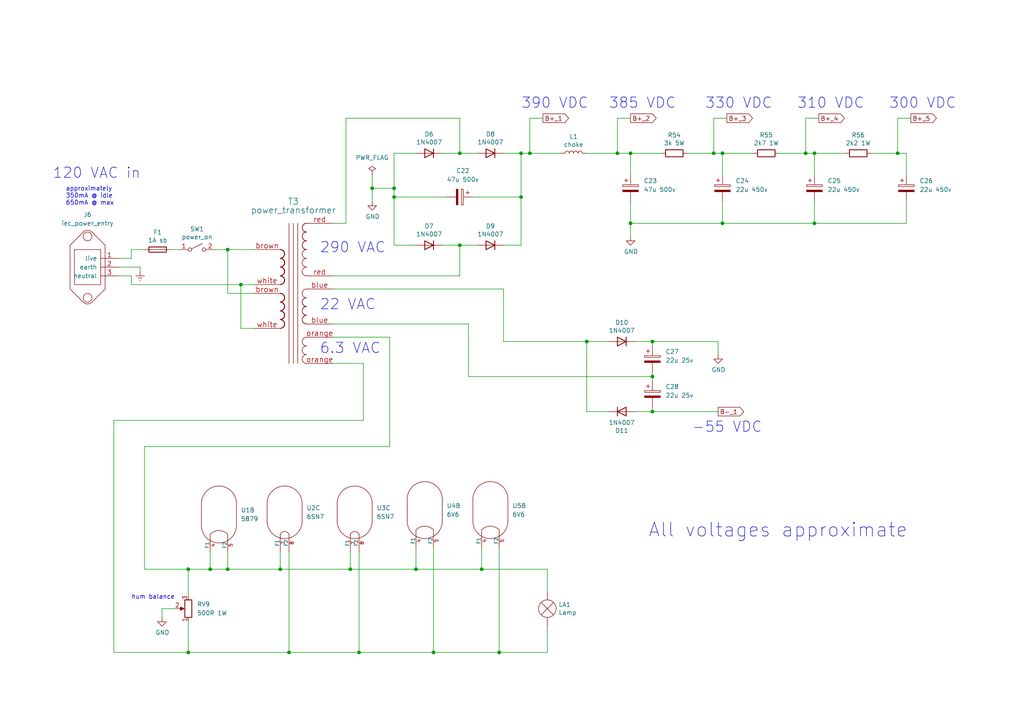
<source format=kicad_sch>
(kicad_sch (version 20211123) (generator eeschema)
  (paper "A4")
  (title_block (title "A200 12 watt class AB tube amp") (date "2021-12-26") (rev "0") (comment 1 "creativecommons.org/licenses/by/4.0/") (comment 2 "License: CC by 4.0") (comment 3 "Author: Jordan Aceto"))
  (lib_symbols
    (symbol "Device:C_Polarized" (pin_numbers hide) (pin_names (offset 0.254))
      (property "Reference" "C" (at 0.635 2.54 0))
      (property "Value" "C_Polarized" (at 0.635 -2.54 0))
      (symbol "C_Polarized_0_1"
        (rectangle (start -2.286 0.508) (end 2.286 1.016))
        (polyline (pts (xy -1.778 2.286) (xy -0.762 2.286)))
        (polyline (pts (xy -1.27 2.794) (xy -1.27 1.778)))
        (rectangle (start 2.286 -0.508) (end -2.286 -1.016) (fill (type outline)))
      )
      (symbol "C_Polarized_1_1"
        (pin passive line (at 0 3.81 270) (length 2.794) (name "~") (number "1"))
        (pin passive line (at 0 -3.81 90) (length 2.794) (name "~") (number "2"))
      )
    )
    (symbol "Device:Fuse" (pin_numbers hide) (pin_names (offset 0))
      (property "Reference" "F" (at 2.032 0 90))
      (property "Value" "Fuse" (at -1.905 0 90))
      (symbol "Fuse_0_1"
        (rectangle (start -0.762 -2.54) (end 0.762 2.54) (stroke (width 0.254)))
        (polyline (pts (xy 0 2.54) (xy 0 -2.54)))
      )
      (symbol "Fuse_1_1"
        (pin passive line (at 0 3.81 270) (length 1.27) (name "~") (number "1"))
        (pin passive line (at 0 -3.81 90) (length 1.27) (name "~") (number "2"))
      )
    )
    (symbol "Device:L" (pin_numbers hide) (pin_names (offset 1.016) hide)
      (property "Reference" "L" (at -1.27 0 90))
      (property "Value" "L" (at 1.905 0 90))
      (symbol "L_0_1"
        (arc (start 0 -2.54) (mid 0.635 -1.905) (end 0 -1.27))
        (arc (start 0 -1.27) (mid 0.635 -0.635) (end 0 0))
        (arc (start 0 0) (mid 0.635 0.635) (end 0 1.27))
        (arc (start 0 1.27) (mid 0.635 1.905) (end 0 2.54))
      )
      (symbol "L_1_1"
        (pin passive line (at 0 3.81 270) (length 1.27) (name "1") (number "1"))
        (pin passive line (at 0 -3.81 90) (length 1.27) (name "2") (number "2"))
      )
    )
    (symbol "Device:Lamp" (pin_numbers hide) (pin_names (offset 0.0254) hide)
      (property "Reference" "LA" (at 0.635 3.81 0))
      (property "Value" "Lamp" (at 0.635 -3.81 0))
      (symbol "Lamp_0_1"
        (polyline (pts (xy -1.778 1.778) (xy 1.778 -1.778)))
        (polyline (pts (xy 1.778 1.778) (xy -1.778 -1.778)))
        (circle (center 0 0) (radius 2.54))
      )
      (symbol "Lamp_1_1"
        (pin passive line (at 0 -5.08 90) (length 2.54) (name "-") (number "1"))
        (pin passive line (at 0 5.08 270) (length 2.54) (name "+") (number "2"))
      )
    )
    (symbol "Device:R" (pin_numbers hide) (pin_names (offset 0))
      (property "Reference" "R" (at 2.032 0 90))
      (property "Value" "R" (at 0 0 90))
      (symbol "R_0_1"
        (rectangle (start -1.016 -2.54) (end 1.016 2.54) (stroke (width 0.254)))
      )
      (symbol "R_1_1"
        (pin passive line (at 0 3.81 270) (length 1.27) (name "~") (number "1"))
        (pin passive line (at 0 -3.81 90) (length 1.27) (name "~") (number "2"))
      )
    )
    (symbol "Device:R_Potentiometer" (pin_names (offset 1.016) hide)
      (property "Reference" "RV" (at -4.445 0 90))
      (property "Value" "R_Potentiometer" (at -2.54 0 90))
      (symbol "R_Potentiometer_0_1"
        (polyline (pts (xy 2.54 0) (xy 1.524 0)))
        (polyline (pts (xy 1.143 0) (xy 2.286 0.508) (xy 2.286 -0.508) (xy 1.143 0)) (fill (type outline)))
        (rectangle (start 1.016 2.54) (end -1.016 -2.54) (stroke (width 0.254)))
      )
      (symbol "R_Potentiometer_1_1"
        (pin passive line (at 0 3.81 270) (length 1.27) (name "1") (number "1"))
        (pin passive line (at 3.81 0 180) (length 1.27) (name "2") (number "2"))
        (pin passive line (at 0 -3.81 90) (length 1.27) (name "3") (number "3"))
      )
    )
    (symbol "Diode:1N4007" (pin_numbers hide) (pin_names (offset 1.016) hide)
      (property "Reference" "D" (at 0 2.54 0))
      (property "Value" "1N4007" (at 0 -2.54 0))
      (symbol "1N4007_0_1"
        (polyline (pts (xy -1.27 1.27) (xy -1.27 -1.27)) (stroke (width 0.254)))
        (polyline (pts (xy 1.27 0) (xy -1.27 0)))
        (polyline (pts (xy 1.27 1.27) (xy 1.27 -1.27) (xy -1.27 0) (xy 1.27 1.27)) (stroke (width 0.254)))
      )
      (symbol "1N4007_1_1"
        (pin passive line (at -3.81 0 0) (length 2.54) (name "K") (number "1"))
        (pin passive line (at 3.81 0 180) (length 2.54) (name "A") (number "2"))
      )
    )
    (symbol "Switch:SW_SPST" (pin_names (offset 0) hide)
      (property "Reference" "SW" (at 0 3.175 0))
      (property "Value" "SW_SPST" (at 0 -2.54 0))
      (symbol "SW_SPST_0_0"
        (circle (center -2.032 0) (radius 0.508))
        (polyline (pts (xy -1.524 0.254) (xy 1.524 1.778)))
        (circle (center 2.032 0) (radius 0.508))
      )
      (symbol "SW_SPST_1_1"
        (pin passive line (at -5.08 0 0) (length 2.54) (name "A") (number "1"))
        (pin passive line (at 5.08 0 180) (length 2.54) (name "B") (number "2"))
      )
    )
    (symbol "custom_symbols:5879" (pin_names (offset 0))
      (property "Reference" "U" (at 0 12.7 0))
      (property "Value" "5879" (at 0 10.16 0))
      (symbol "5879_0_1"
        (arc (start -5.08 -2.54) (mid 0 -7.62) (end 5.08 -2.54))
        (polyline (pts (xy -5.08 3.81) (xy -5.08 -2.54) (xy -5.08 -2.54)))
        (polyline (pts (xy 5.08 -2.54) (xy 5.08 3.81) (xy 5.08 3.81)))
        (arc (start 5.08 3.81) (mid 0 8.89) (end -5.08 3.81))
      )
      (symbol "5879_1_0"
        (polyline (pts (xy -5.08 -1.27) (xy -3.175 -1.27)))
        (polyline (pts (xy -2.54 -5.08) (xy -2.54 -7.62)))
        (polyline (pts (xy -0.635 -1.27) (xy 0.635 -1.27)) (stroke (width 0.1524)))
        (polyline (pts (xy 0 6.35) (xy 0 8.89)))
        (polyline (pts (xy 1.905 -1.27) (xy 3.175 -1.27)) (stroke (width 0.1524)))
        (polyline (pts (xy 4.318 -3.7846) (xy 4.3434 -3.81)))
        (polyline (pts (xy 4.9276 -3.81) (xy 4.3434 -3.81)))
        (polyline (pts (xy -2.54 -5.08) (xy -2.54 -3.81) (xy 2.54 -3.81) (xy 2.54 -5.08)))
      )
      (symbol "5879_1_1"
        (polyline (pts (xy -4.445 2.54) (xy -3.175 1.27)) (stroke (width 0.1524)))
        (polyline (pts (xy -3.81 3.81) (xy -2.794 3.81)) (stroke (width 0.1524)))
        (polyline (pts (xy -3.81 5.08) (xy -3.81 3.81)) (stroke (width 0.1524)))
        (polyline (pts (xy -3.175 1.27) (xy -2.794 1.27)) (stroke (width 0.1524)))
        (polyline (pts (xy -1.905 -1.27) (xy -3.175 -1.27)) (stroke (width 0.1524)))
        (polyline (pts (xy -1.8542 1.27) (xy -1.2192 1.27)) (stroke (width 0.1524)))
        (polyline (pts (xy -1.8542 3.81) (xy -1.2192 3.81)) (stroke (width 0.1524)))
        (polyline (pts (xy -0.3302 1.27) (xy 0.3302 1.27)) (stroke (width 0.1524)))
        (polyline (pts (xy -0.3302 3.81) (xy 0.3302 3.81)) (stroke (width 0.1524)))
        (polyline (pts (xy 1.2192 1.27) (xy 1.8542 1.27)) (stroke (width 0.1524)))
        (polyline (pts (xy 1.2192 3.81) (xy 1.8542 3.81)) (stroke (width 0.1524)))
        (polyline (pts (xy 2.794 1.27) (xy 3.175 1.27)) (stroke (width 0.1524)))
        (polyline (pts (xy 3.81 3.81) (xy 2.794 3.81)) (stroke (width 0.1524)))
        (polyline (pts (xy 3.81 5.08) (xy 3.81 3.81)) (stroke (width 0.1524)))
        (polyline (pts (xy 4.445 2.54) (xy 3.175 1.27)) (stroke (width 0.1524)))
        (polyline (pts (xy -2.54 6.35) (xy 2.54 6.35) (xy 2.54 6.35)) (stroke (width 0.254)))
        (pin input line (at -7.62 -1.27 0) (length 2.54) (name "G1") (number "1"))
        (pin bidirectional line (at -2.54 -10.16 90) (length 3.302) (name "K") (number "3"))
        (pin input line (at -7.62 2.54 0) (length 2.54) (name "G2") (number "7"))
        (pin output line (at 0 11.43 270) (length 2.54) (name "A") (number "8"))
        (pin input line (at -7.62 5.08 0) (length 2.54) (name "G3") (number "9"))
      )
      (symbol "5879_2_1"
        (polyline (pts (xy -2.54 -5.08) (xy -2.54 -6.35) (xy -2.54 -6.35)))
        (polyline (pts (xy 2.54 -6.35) (xy 2.54 -5.08) (xy 2.54 -5.08)))
        (arc (start 2.54 -5.08) (mid 0 -4.0279) (end -2.54 -5.08))
        (pin passive line (at -2.54 -10.16 90) (length 3.81) (name "F1") (number "4"))
        (pin passive line (at 2.54 -10.16 90) (length 3.81) (name "F2") (number "5"))
      )
    )
    (symbol "custom_symbols:6SN7" (pin_names (offset 0))
      (property "Reference" "U" (at 3.302 7.874 0))
      (property "Value" "6SN7" (at 8.89 -7.62 0))
      (symbol "6SN7_0_1"
        (arc (start -5.08 -2.54) (mid 0 -7.62) (end 5.08 -2.54))
        (polyline (pts (xy 5.08 2.54) (xy 5.08 -2.54)))
        (polyline (pts (xy -5.08 2.54) (xy -5.08 -2.54) (xy -5.08 -2.54)))
        (arc (start 5.08 2.54) (mid 0 7.62) (end -5.08 2.54))
      )
      (symbol "6SN7_1_0"
        (polyline (pts (xy -2.54 -5.08) (xy -2.54 -7.62)))
        (polyline (pts (xy 0 5.08) (xy 0 7.62)))
      )
      (symbol "6SN7_1_1"
        (polyline (pts (xy -5.08 0) (xy -3.175 0)))
        (polyline (pts (xy -1.905 0) (xy -3.175 0)) (stroke (width 0.1524)))
        (polyline (pts (xy -0.635 0) (xy 0.635 0)) (stroke (width 0.1524)))
        (polyline (pts (xy 1.905 0) (xy 3.175 0)) (stroke (width 0.1524)))
        (polyline (pts (xy -2.54 5.08) (xy 2.794 5.08) (xy 2.794 5.08)) (stroke (width 0.254)))
        (arc (start 2.54 -5.08) (mid 0 -3.0968) (end -2.54 -5.08) (stroke (width 0.254)))
        (pin input line (at -7.62 0 0) (length 2.54) (name "G") (number "4"))
        (pin output line (at 0 10.16 270) (length 2.54) (name "A") (number "5"))
        (pin bidirectional line (at -2.54 -10.16 90) (length 2.54) (name "K") (number "6"))
      )
      (symbol "6SN7_2_0"
        (polyline (pts (xy -2.54 -5.08) (xy -2.54 -7.62)))
        (polyline (pts (xy 0 5.08) (xy 0 7.62)))
      )
      (symbol "6SN7_2_1"
        (polyline (pts (xy -5.08 0) (xy -3.175 0)))
        (polyline (pts (xy -1.905 0) (xy -3.175 0)) (stroke (width 0.1524)))
        (polyline (pts (xy -0.635 0) (xy 0.635 0)) (stroke (width 0.1524)))
        (polyline (pts (xy 1.905 0) (xy 3.175 0)) (stroke (width 0.1524)))
        (polyline (pts (xy -2.54 5.08) (xy 2.794 5.08) (xy 2.794 5.08)) (stroke (width 0.254)))
        (arc (start 2.54 -5.08) (mid 0 -3.0968) (end -2.54 -5.08) (stroke (width 0.254)))
        (pin input line (at -7.62 0 0) (length 2.54) (name "G") (number "1"))
        (pin output line (at 0 10.16 270) (length 2.54) (name "A") (number "2"))
        (pin bidirectional line (at -2.54 -10.16 90) (length 2.54) (name "K") (number "3"))
      )
      (symbol "6SN7_3_1"
        (arc (start 1.27 -6.35) (mid 0 -5.5651) (end -1.27 -6.35))
        (pin passive line (at -1.27 -11.43 90) (length 5.08) (name "F1") (number "7"))
        (pin passive line (at 1.27 -11.43 90) (length 5.08) (name "F2") (number "8"))
      )
    )
    (symbol "custom_symbols:6V6" (pin_names (offset 0))
      (property "Reference" "U" (at 5.08 10.16 0))
      (property "Value" "6V6" (at 7.62 -7.62 0))
      (symbol "6V6_0_1"
        (arc (start -5.08 -2.54) (mid 0 -7.62) (end 5.08 -2.54))
        (polyline (pts (xy -5.08 3.81) (xy -5.08 -2.54) (xy -5.08 -2.54)))
        (polyline (pts (xy 5.08 -2.54) (xy 5.08 3.81) (xy 5.08 3.81)))
        (arc (start 5.08 3.81) (mid 0 8.89) (end -5.08 3.81))
      )
      (symbol "6V6_1_0"
        (polyline (pts (xy -2.54 -5.08) (xy -2.54 -7.62)))
      )
      (symbol "6V6_1_1"
        (polyline (pts (xy -5.08 -1.27) (xy -3.175 -1.27)))
        (polyline (pts (xy -4.318 -3.302) (xy -4.318 3.7338)))
        (polyline (pts (xy -4.318 -3.302) (xy -2.54 -4.826)))
        (polyline (pts (xy -4.064 3.7338) (xy -4.318 3.7338)))
        (polyline (pts (xy -3.81 3.81) (xy -2.794 3.81)) (stroke (width 0.2032)))
        (polyline (pts (xy -3.81 5.08) (xy -3.81 3.81)) (stroke (width 0.2032)))
        (polyline (pts (xy -3.429 2.54) (xy -2.159 1.27)) (stroke (width 0.2032)))
        (polyline (pts (xy -2.159 1.27) (xy -1.4732 1.27)) (stroke (width 0.2032)))
        (polyline (pts (xy -1.905 -1.27) (xy -3.175 -1.27)) (stroke (width 0.2032)))
        (polyline (pts (xy -1.8542 3.81) (xy -1.2192 3.81)) (stroke (width 0.2032)))
        (polyline (pts (xy -0.635 -1.27) (xy 0.635 -1.27)) (stroke (width 0.2032)))
        (polyline (pts (xy -0.5842 1.27) (xy 0.0762 1.27)) (stroke (width 0.2032)))
        (polyline (pts (xy -0.3302 3.81) (xy 0.3302 3.81)) (stroke (width 0.2032)))
        (polyline (pts (xy 0 6.35) (xy 0 8.89)))
        (polyline (pts (xy 0.9652 1.27) (xy 1.6002 1.27)) (stroke (width 0.2032)))
        (polyline (pts (xy 1.2192 3.81) (xy 1.8542 3.81)) (stroke (width 0.2032)))
        (polyline (pts (xy 1.905 -1.27) (xy 3.175 -1.27)) (stroke (width 0.2032)))
        (polyline (pts (xy 2.54 1.27) (xy 3.175 1.27)) (stroke (width 0.2032)))
        (polyline (pts (xy 3.175 1.27) (xy 5.08 1.27)))
        (polyline (pts (xy 3.81 3.81) (xy 2.794 3.81)) (stroke (width 0.2032)))
        (polyline (pts (xy 3.81 5.08) (xy 3.81 3.81)) (stroke (width 0.2032)))
        (polyline (pts (xy 4.445 2.54) (xy 3.175 1.27)) (stroke (width 0.2032)))
        (polyline (pts (xy -2.54 6.35) (xy 2.54 6.35) (xy 2.54 6.35)) (stroke (width 0.254)))
        (arc (start 2.54 -5.08) (mid 0 -3.0968) (end -2.54 -5.08) (stroke (width 0.254)))
        (pin input line (at -7.62 -1.27 0) (length 2.54) (name "G1") (number "2"))
        (pin bidirectional line (at -2.54 -8.89 90) (length 2.54) (name "K_G3") (number "3"))
        (pin output line (at 0 11.43 270) (length 2.54) (name "A") (number "7"))
        (pin input line (at 7.62 1.27 180) (length 2.54) (name "G2") (number "9"))
      )
      (symbol "6V6_2_1"
        (polyline (pts (xy -2.54 -5.08) (xy -2.54 -6.35) (xy -2.54 -6.35)))
        (polyline (pts (xy 2.54 -6.35) (xy 2.54 -5.08) (xy 2.54 -5.08)))
        (arc (start 2.54 -5.08) (mid 0 -4.0279) (end -2.54 -5.08))
        (pin passive line (at -2.54 -10.16 90) (length 3.81) (name "F1") (number "4"))
        (pin passive line (at 2.54 -10.16 90) (length 3.81) (name "F2") (number "5"))
      )
    )
    (symbol "custom_symbols:iec_power_entry" (pin_names (offset 1.016))
      (property "Reference" "J" (at 0 7.62 0))
      (property "Value" "iec_power_entry" (at 0 6.35 0))
      (symbol "iec_power_entry_0_1"
        (arc (start -10.16 1.27) (mid -10.6861 0) (end -10.16 -1.27))
        (circle (center -8.89 0) (radius 1.27))
        (polyline (pts (xy -6.35 -5.08) (xy -10.16 -1.27)))
        (polyline (pts (xy -6.35 5.08) (xy -10.16 1.27)))
        (polyline (pts (xy -6.35 -5.08) (xy 6.35 -5.08) (xy 10.16 -1.27)))
        (polyline (pts (xy -6.35 5.08) (xy 6.35 5.08) (xy 10.16 1.27)))
        (rectangle (start 5.08 3.81) (end -5.08 -3.81))
        (circle (center 8.89 0) (radius 1.27))
        (arc (start 10.16 -1.27) (mid 10.6861 0) (end 10.16 1.27))
      )
      (symbol "iec_power_entry_1_1"
        (pin power_out line (at -2.54 -8.89 90) (length 5.08) (name "live") (number "1"))
        (pin power_out line (at 0 -8.89 90) (length 5.08) (name "earth") (number "2"))
        (pin power_out line (at 2.54 -8.89 90) (length 5.08) (name "neutral") (number "3"))
      )
    )
    (symbol "custom_symbols:power_transformer" (pin_names (offset 1.016) hide)
      (property "Reference" "T" (at -1.27 -25.4 0))
      (property "Value" "power_transformer" (at -1.27 21.59 0))
      (symbol "power_transformer_0_1"
        (arc (start -5.08 0.0254) (mid -4.1961 0.3937) (end -3.81 1.27))
        (arc (start -5.08 0.0254) (mid -4.1961 0.3937) (end -3.81 1.27))
        (arc (start -5.08 0.0254) (mid -4.1961 0.3937) (end -3.81 1.27))
        (arc (start -5.08 0.0254) (mid -4.1961 0.3937) (end -3.81 1.27))
        (arc (start -5.08 0.0254) (mid -4.1961 0.3937) (end -3.81 1.27))
        (arc (start -5.08 0.0254) (mid -4.1961 0.3937) (end -3.81 1.27))
        (arc (start -5.08 0.0254) (mid -4.1961 0.3937) (end -3.81 1.27))
        (arc (start -5.08 0.0254) (mid -4.1961 0.3937) (end -3.81 1.27))
        (arc (start -5.08 2.5654) (mid -4.1961 2.9337) (end -3.81 3.81))
        (arc (start -5.08 2.5654) (mid -4.1961 2.9337) (end -3.81 3.81))
        (arc (start -5.08 2.5654) (mid -4.1961 2.9337) (end -3.81 3.81))
        (arc (start -5.08 2.5654) (mid -4.1961 2.9337) (end -3.81 3.81))
        (arc (start -5.08 2.5654) (mid -4.1961 2.9337) (end -3.81 3.81))
        (arc (start -5.08 2.5654) (mid -4.1961 2.9337) (end -3.81 3.81))
        (arc (start -5.08 2.5654) (mid -4.1961 2.9337) (end -3.81 3.81))
        (arc (start -5.08 2.5654) (mid -4.1961 2.9337) (end -3.81 3.81))
        (arc (start -5.08 5.1054) (mid -4.1961 5.4737) (end -3.81 6.35))
        (arc (start -5.08 5.1054) (mid -4.1961 5.4737) (end -3.81 6.35))
        (arc (start -5.08 5.1054) (mid -4.1961 5.4737) (end -3.81 6.35))
        (arc (start -5.08 5.1054) (mid -4.1961 5.4737) (end -3.81 6.35))
        (arc (start -5.08 5.1054) (mid -4.1961 5.4737) (end -3.81 6.35))
        (arc (start -5.08 5.1054) (mid -4.1961 5.4737) (end -3.81 6.35))
        (arc (start -5.08 5.1054) (mid -4.1961 5.4737) (end -3.81 6.35))
        (arc (start -5.08 5.1054) (mid -4.1961 5.4737) (end -3.81 6.35))
        (arc (start -5.08 7.6454) (mid -4.1961 8.0137) (end -3.81 8.89))
        (arc (start -5.08 7.6454) (mid -4.1961 8.0137) (end -3.81 8.89))
        (arc (start -5.08 7.6454) (mid -4.1961 8.0137) (end -3.81 8.89))
        (arc (start -5.08 7.6454) (mid -4.1961 8.0137) (end -3.81 8.89))
        (arc (start -5.08 7.6454) (mid -4.1961 8.0137) (end -3.81 8.89))
        (arc (start -5.08 7.6454) (mid -4.1961 8.0137) (end -3.81 8.89))
        (arc (start -5.08 7.6454) (mid -4.1961 8.0137) (end -3.81 8.89))
        (arc (start -5.08 7.6454) (mid -4.1961 8.0137) (end -3.81 8.89))
        (arc (start -3.81 1.27) (mid -4.182 2.168) (end -5.08 2.54))
        (arc (start -3.81 1.27) (mid -4.182 2.168) (end -5.08 2.54))
        (arc (start -3.81 1.27) (mid -4.182 2.168) (end -5.08 2.54))
        (arc (start -3.81 1.27) (mid -4.182 2.168) (end -5.08 2.54))
        (arc (start -3.81 1.27) (mid -4.182 2.168) (end -5.08 2.54))
        (arc (start -3.81 1.27) (mid -4.182 2.168) (end -5.08 2.54))
        (arc (start -3.81 1.27) (mid -4.182 2.168) (end -5.08 2.54))
        (arc (start -3.81 1.27) (mid -4.182 2.168) (end -5.08 2.54))
        (arc (start -3.81 3.81) (mid -4.182 4.708) (end -5.08 5.08))
        (arc (start -3.81 3.81) (mid -4.182 4.708) (end -5.08 5.08))
        (arc (start -3.81 3.81) (mid -4.182 4.708) (end -5.08 5.08))
        (arc (start -3.81 3.81) (mid -4.182 4.708) (end -5.08 5.08))
        (arc (start -3.81 3.81) (mid -4.182 4.708) (end -5.08 5.08))
        (arc (start -3.81 3.81) (mid -4.182 4.708) (end -5.08 5.08))
        (arc (start -3.81 3.81) (mid -4.182 4.708) (end -5.08 5.08))
        (arc (start -3.81 3.81) (mid -4.182 4.708) (end -5.08 5.08))
        (arc (start -3.81 6.35) (mid -4.182 7.248) (end -5.08 7.62))
        (arc (start -3.81 6.35) (mid -4.182 7.248) (end -5.08 7.62))
        (arc (start -3.81 6.35) (mid -4.182 7.248) (end -5.08 7.62))
        (arc (start -3.81 6.35) (mid -4.182 7.248) (end -5.08 7.62))
        (arc (start -3.81 6.35) (mid -4.182 7.248) (end -5.08 7.62))
        (arc (start -3.81 6.35) (mid -4.182 7.248) (end -5.08 7.62))
        (arc (start -3.81 6.35) (mid -4.182 7.248) (end -5.08 7.62))
        (arc (start -3.81 6.35) (mid -4.182 7.248) (end -5.08 7.62))
        (arc (start -3.81 8.89) (mid -4.182 9.788) (end -5.08 10.16))
        (arc (start -3.81 8.89) (mid -4.182 9.788) (end -5.08 10.16))
        (arc (start -3.81 8.89) (mid -4.182 9.788) (end -5.08 10.16))
        (arc (start -3.81 8.89) (mid -4.182 9.788) (end -5.08 10.16))
        (arc (start -3.81 8.89) (mid -4.182 9.788) (end -5.08 10.16))
        (arc (start -3.81 8.89) (mid -4.182 9.788) (end -5.08 10.16))
        (arc (start -3.81 8.89) (mid -4.182 9.788) (end -5.08 10.16))
        (arc (start -3.81 8.89) (mid -4.182 9.788) (end -5.08 10.16))
        (polyline (pts (xy -2.54 17.78) (xy -2.54 -22.86)))
        (polyline (pts (xy -1.27 -22.86) (xy -1.27 17.78)))
        (polyline (pts (xy 0 17.78) (xy 0 -22.86)))
        (arc (start 1.2954 -10.16) (mid 1.6599 -11.0401) (end 2.54 -11.4046))
        (arc (start 1.2954 -10.16) (mid 1.6599 -11.0401) (end 2.54 -11.4046))
        (arc (start 1.2954 -7.62) (mid 1.6599 -8.5001) (end 2.54 -8.8646))
        (arc (start 1.2954 -7.62) (mid 1.6599 -8.5001) (end 2.54 -8.8646))
        (arc (start 1.2954 -5.08) (mid 1.6599 -5.9601) (end 2.54 -6.3246))
        (arc (start 1.2954 -5.08) (mid 1.6599 -5.9601) (end 2.54 -6.3246))
        (arc (start 1.2954 11.43) (mid 1.6599 10.5499) (end 2.54 10.1854))
        (arc (start 1.2954 11.43) (mid 1.6599 10.5499) (end 2.54 10.1854))
        (arc (start 1.2954 13.97) (mid 1.6599 13.0899) (end 2.54 12.7254))
        (arc (start 1.2954 13.97) (mid 1.6599 13.0899) (end 2.54 12.7254))
        (arc (start 1.2954 16.51) (mid 1.6599 15.6299) (end 2.54 15.2654))
        (arc (start 1.2954 16.51) (mid 1.6599 15.6299) (end 2.54 15.2654))
        (arc (start 2.54 -20.32) (mid 1.27 -21.59) (end 2.54 -22.86))
        (arc (start 2.54 -17.78) (mid 1.27 -19.05) (end 2.54 -20.32))
        (arc (start 2.54 -15.24) (mid 1.27 -16.51) (end 2.54 -17.78))
        (arc (start 2.54 -8.89) (mid 1.6456 -9.2583) (end 1.2954 -10.16))
        (arc (start 2.54 -8.89) (mid 1.6456 -9.2583) (end 1.2954 -10.16))
        (arc (start 2.54 -6.35) (mid 1.6456 -6.7183) (end 1.2954 -7.62))
        (arc (start 2.54 -6.35) (mid 1.6456 -6.7183) (end 1.2954 -7.62))
        (arc (start 2.54 -3.81) (mid 1.6456 -4.1783) (end 1.2954 -5.08))
        (arc (start 2.54 -3.81) (mid 1.6456 -4.1783) (end 1.2954 -5.08))
        (arc (start 2.54 -1.27) (mid 1.27 -2.54) (end 2.54 -3.81))
        (arc (start 2.54 5.08) (mid 1.27 3.81) (end 2.54 2.54))
        (arc (start 2.54 7.62) (mid 1.27 6.35) (end 2.54 5.08))
        (arc (start 2.54 10.16) (mid 1.27 8.89) (end 2.54 7.62))
        (arc (start 2.54 12.7) (mid 1.6456 12.3317) (end 1.2954 11.43))
        (arc (start 2.54 12.7) (mid 1.6456 12.3317) (end 1.2954 11.43))
        (arc (start 2.54 15.24) (mid 1.6456 14.8717) (end 1.2954 13.97))
        (arc (start 2.54 15.24) (mid 1.6456 14.8717) (end 1.2954 13.97))
        (arc (start 2.54 17.78) (mid 1.6456 17.4117) (end 1.2954 16.51))
        (arc (start 2.54 17.78) (mid 1.6456 17.4117) (end 1.2954 16.51))
      )
      (symbol "power_transformer_1_1"
        (arc (start -5.08 -12.6746) (mid -4.1961 -12.3063) (end -3.81 -11.43))
        (arc (start -5.08 -12.6746) (mid -4.1961 -12.3063) (end -3.81 -11.43))
        (arc (start -5.08 -12.6746) (mid -4.1961 -12.3063) (end -3.81 -11.43))
        (arc (start -5.08 -12.6746) (mid -4.1961 -12.3063) (end -3.81 -11.43))
        (arc (start -5.08 -12.6746) (mid -4.1961 -12.3063) (end -3.81 -11.43))
        (arc (start -5.08 -12.6746) (mid -4.1961 -12.3063) (end -3.81 -11.43))
        (arc (start -5.08 -12.6746) (mid -4.1961 -12.3063) (end -3.81 -11.43))
        (arc (start -5.08 -12.6746) (mid -4.1961 -12.3063) (end -3.81 -11.43))
        (arc (start -5.08 -10.1346) (mid -4.1961 -9.7663) (end -3.81 -8.89))
        (arc (start -5.08 -10.1346) (mid -4.1961 -9.7663) (end -3.81 -8.89))
        (arc (start -5.08 -10.1346) (mid -4.1961 -9.7663) (end -3.81 -8.89))
        (arc (start -5.08 -10.1346) (mid -4.1961 -9.7663) (end -3.81 -8.89))
        (arc (start -5.08 -10.1346) (mid -4.1961 -9.7663) (end -3.81 -8.89))
        (arc (start -5.08 -10.1346) (mid -4.1961 -9.7663) (end -3.81 -8.89))
        (arc (start -5.08 -10.1346) (mid -4.1961 -9.7663) (end -3.81 -8.89))
        (arc (start -5.08 -10.1346) (mid -4.1961 -9.7663) (end -3.81 -8.89))
        (arc (start -5.08 -7.5946) (mid -4.1961 -7.2263) (end -3.81 -6.35))
        (arc (start -5.08 -7.5946) (mid -4.1961 -7.2263) (end -3.81 -6.35))
        (arc (start -5.08 -7.5946) (mid -4.1961 -7.2263) (end -3.81 -6.35))
        (arc (start -5.08 -7.5946) (mid -4.1961 -7.2263) (end -3.81 -6.35))
        (arc (start -5.08 -7.5946) (mid -4.1961 -7.2263) (end -3.81 -6.35))
        (arc (start -5.08 -7.5946) (mid -4.1961 -7.2263) (end -3.81 -6.35))
        (arc (start -5.08 -7.5946) (mid -4.1961 -7.2263) (end -3.81 -6.35))
        (arc (start -5.08 -7.5946) (mid -4.1961 -7.2263) (end -3.81 -6.35))
        (arc (start -5.08 -5.0546) (mid -4.1961 -4.6863) (end -3.81 -3.81))
        (arc (start -5.08 -5.0546) (mid -4.1961 -4.6863) (end -3.81 -3.81))
        (arc (start -5.08 -5.0546) (mid -4.1961 -4.6863) (end -3.81 -3.81))
        (arc (start -5.08 -5.0546) (mid -4.1961 -4.6863) (end -3.81 -3.81))
        (arc (start -5.08 -5.0546) (mid -4.1961 -4.6863) (end -3.81 -3.81))
        (arc (start -5.08 -5.0546) (mid -4.1961 -4.6863) (end -3.81 -3.81))
        (arc (start -5.08 -5.0546) (mid -4.1961 -4.6863) (end -3.81 -3.81))
        (arc (start -5.08 -5.0546) (mid -4.1961 -4.6863) (end -3.81 -3.81))
        (arc (start -3.81 -11.43) (mid -4.182 -10.532) (end -5.08 -10.16))
        (arc (start -3.81 -11.43) (mid -4.182 -10.532) (end -5.08 -10.16))
        (arc (start -3.81 -11.43) (mid -4.182 -10.532) (end -5.08 -10.16))
        (arc (start -3.81 -11.43) (mid -4.182 -10.532) (end -5.08 -10.16))
        (arc (start -3.81 -11.43) (mid -4.182 -10.532) (end -5.08 -10.16))
        (arc (start -3.81 -11.43) (mid -4.182 -10.532) (end -5.08 -10.16))
        (arc (start -3.81 -11.43) (mid -4.182 -10.532) (end -5.08 -10.16))
        (arc (start -3.81 -11.43) (mid -4.182 -10.532) (end -5.08 -10.16))
        (arc (start -3.81 -8.89) (mid -4.182 -7.992) (end -5.08 -7.62))
        (arc (start -3.81 -8.89) (mid -4.182 -7.992) (end -5.08 -7.62))
        (arc (start -3.81 -8.89) (mid -4.182 -7.992) (end -5.08 -7.62))
        (arc (start -3.81 -8.89) (mid -4.182 -7.992) (end -5.08 -7.62))
        (arc (start -3.81 -8.89) (mid -4.182 -7.992) (end -5.08 -7.62))
        (arc (start -3.81 -8.89) (mid -4.182 -7.992) (end -5.08 -7.62))
        (arc (start -3.81 -8.89) (mid -4.182 -7.992) (end -5.08 -7.62))
        (arc (start -3.81 -8.89) (mid -4.182 -7.992) (end -5.08 -7.62))
        (arc (start -3.81 -6.35) (mid -4.182 -5.452) (end -5.08 -5.08))
        (arc (start -3.81 -6.35) (mid -4.182 -5.452) (end -5.08 -5.08))
        (arc (start -3.81 -6.35) (mid -4.182 -5.452) (end -5.08 -5.08))
        (arc (start -3.81 -6.35) (mid -4.182 -5.452) (end -5.08 -5.08))
        (arc (start -3.81 -6.35) (mid -4.182 -5.452) (end -5.08 -5.08))
        (arc (start -3.81 -6.35) (mid -4.182 -5.452) (end -5.08 -5.08))
        (arc (start -3.81 -6.35) (mid -4.182 -5.452) (end -5.08 -5.08))
        (arc (start -3.81 -6.35) (mid -4.182 -5.452) (end -5.08 -5.08))
        (arc (start -3.81 -3.81) (mid -4.182 -2.912) (end -5.08 -2.54))
        (arc (start -3.81 -3.81) (mid -4.182 -2.912) (end -5.08 -2.54))
        (arc (start -3.81 -3.81) (mid -4.182 -2.912) (end -5.08 -2.54))
        (arc (start -3.81 -3.81) (mid -4.182 -2.912) (end -5.08 -2.54))
        (arc (start -3.81 -3.81) (mid -4.182 -2.912) (end -5.08 -2.54))
        (arc (start -3.81 -3.81) (mid -4.182 -2.912) (end -5.08 -2.54))
        (arc (start -3.81 -3.81) (mid -4.182 -2.912) (end -5.08 -2.54))
        (arc (start -3.81 -3.81) (mid -4.182 -2.912) (end -5.08 -2.54))
        (pin passive line (at 10.16 -11.43 180) (length 7.62) (name "~") (number "blue"))
        (pin passive line (at 10.16 -1.27 180) (length 7.62) (name "~") (number "blue"))
        (pin passive line (at -12.7 10.16 0) (length 7.62) (name "brown") (number "brown"))
        (pin passive line (at -12.7 -2.54 0) (length 7.62) (name "~") (number "brown"))
        (pin passive line (at 10.16 -22.86 180) (length 7.62) (name "~") (number "orange"))
        (pin passive line (at 10.16 -15.24 180) (length 7.62) (name "~") (number "orange"))
        (pin passive line (at 10.16 2.54 180) (length 7.62) (name "~") (number "red"))
        (pin passive line (at 10.16 17.78 180) (length 7.62) (name "~") (number "red"))
        (pin passive line (at -12.7 -12.7 0) (length 7.62) (name "~") (number "white"))
        (pin passive line (at -12.7 0 0) (length 7.62) (name "~") (number "white"))
      )
    )
    (symbol "power:Earth" (power) (pin_names (offset 0))
      (symbol "Earth_0_1"
        (polyline (pts (xy -0.635 -1.905) (xy 0.635 -1.905)))
        (polyline (pts (xy -0.127 -2.54) (xy 0.127 -2.54)))
        (polyline (pts (xy 0 -1.27) (xy 0 0)))
        (polyline (pts (xy 1.27 -1.27) (xy -1.27 -1.27)))
      )
      (symbol "Earth_1_1"
        (pin power_in line (at 0 0 270) (length 0) hide (name "Earth") (number "1"))
      )
    )
    (symbol "power:GND" (power) (pin_names (offset 0))
      (property "Value" "GND" (at 0 -3.81 0))
      (symbol "GND_0_1"
        (polyline (pts (xy 0 0) (xy 0 -1.27) (xy 1.27 -1.27) (xy 0 -2.54) (xy -1.27 -1.27) (xy 0 -1.27)))
      )
      (symbol "GND_1_1"
        (pin power_in line (at 0 0 270) (length 0) hide (name "GND") (number "1"))
      )
    )
    (symbol "power:PWR_FLAG" (power) (pin_numbers hide) (pin_names (offset 0) hide)
      (property "Value" "PWR_FLAG" (at 0 3.81 0))
      (symbol "PWR_FLAG_0_0"
        (pin power_out line (at 0 0 90) (length 0) (name "pwr") (number "1"))
      )
      (symbol "PWR_FLAG_0_1"
        (polyline (pts (xy 0 0) (xy 0 1.27) (xy -1.016 1.905) (xy 0 2.54) (xy 1.016 1.905) (xy 0 1.27)))
      )
    )
  )
  (junction (at 209.55 64.77))
  (junction (at 69.85 82.55))
  (junction (at 236.22 44.45))
  (junction (at 179.07 44.45))
  (junction (at 236.22 64.77))
  (junction (at 133.35 44.45))
  (junction (at 125.73 189.23))
  (junction (at 66.04 165.1))
  (junction (at 153.67 44.45))
  (junction (at 66.04 72.39))
  (junction (at 151.13 44.45))
  (junction (at 209.55 44.45))
  (junction (at 81.28 165.1))
  (junction (at 233.68 44.45))
  (junction (at 107.95 54.61))
  (junction (at 144.78 189.23))
  (junction (at 104.14 189.23))
  (junction (at 120.65 165.1))
  (junction (at 189.23 109.22))
  (junction (at 207.01 44.45))
  (junction (at 114.3 57.15))
  (junction (at 54.61 189.23))
  (junction (at 189.23 99.06))
  (junction (at 54.61 165.1))
  (junction (at 170.18 99.06))
  (junction (at 260.35 44.45))
  (junction (at 182.88 44.45))
  (junction (at 101.6 165.1))
  (junction (at 139.7 165.1))
  (junction (at 60.96 165.1))
  (junction (at 189.23 119.38))
  (junction (at 114.3 54.61))
  (junction (at 151.13 57.15))
  (junction (at 182.88 64.77))
  (junction (at 83.82 189.23))
  (junction (at 133.35 71.12))
  (wire (pts (xy 182.88 44.45) (xy 179.07 44.45)))
  (wire (pts (xy 191.77 44.45) (xy 182.88 44.45)))
  (wire (pts (xy 113.03 97.79) (xy 96.52 97.79)))
  (wire (pts (xy 179.07 44.45) (xy 170.18 44.45)))
  (wire (pts (xy 208.28 119.38) (xy 189.23 119.38)))
  (wire (pts (xy 170.18 99.06) (xy 176.53 99.06)))
  (wire (pts (xy 133.35 44.45) (xy 133.35 34.29)))
  (wire (pts (xy 133.35 71.12) (xy 128.27 71.12)))
  (wire (pts (xy 104.14 189.23) (xy 104.14 160.02)))
  (wire (pts (xy 262.89 64.77) (xy 236.22 64.77)))
  (wire (pts (xy 209.55 50.8) (xy 209.55 44.45)))
  (wire (pts (xy 207.01 44.45) (xy 209.55 44.45)))
  (wire (pts (xy 54.61 172.72) (xy 54.61 165.1)))
  (wire (pts (xy 38.1 72.39) (xy 41.91 72.39)))
  (wire (pts (xy 182.88 34.29) (xy 179.07 34.29)))
  (wire (pts (xy 151.13 44.45) (xy 153.67 44.45)))
  (wire (pts (xy 125.73 189.23) (xy 144.78 189.23)))
  (wire (pts (xy 153.67 34.29) (xy 153.67 44.45)))
  (wire (pts (xy 189.23 119.38) (xy 189.23 118.11)))
  (wire (pts (xy 100.33 34.29) (xy 100.33 64.77)))
  (wire (pts (xy 210.82 34.29) (xy 207.01 34.29)))
  (wire (pts (xy 96.52 93.98) (xy 135.89 93.98)))
  (wire (pts (xy 73.66 85.09) (xy 66.04 85.09)))
  (wire (pts (xy 209.55 44.45) (xy 218.44 44.45)))
  (wire (pts (xy 236.22 50.8) (xy 236.22 44.45)))
  (wire (pts (xy 133.35 44.45) (xy 138.43 44.45)))
  (wire (pts (xy 40.64 78.74) (xy 40.64 77.47)))
  (wire (pts (xy 66.04 72.39) (xy 73.66 72.39)))
  (wire (pts (xy 237.49 34.29) (xy 233.68 34.29)))
  (wire (pts (xy 101.6 165.1) (xy 101.6 160.02)))
  (wire (pts (xy 81.28 165.1) (xy 101.6 165.1)))
  (wire (pts (xy 120.65 165.1) (xy 120.65 158.75)))
  (wire (pts (xy 129.54 57.15) (xy 114.3 57.15)))
  (wire (pts (xy 38.1 82.55) (xy 38.1 80.01)))
  (wire (pts (xy 46.99 179.07) (xy 46.99 176.53)))
  (wire (pts (xy 113.03 97.79) (xy 113.03 129.54)))
  (wire (pts (xy 41.91 165.1) (xy 41.91 129.54)))
  (wire (pts (xy 184.15 99.06) (xy 189.23 99.06)))
  (wire (pts (xy 54.61 180.34) (xy 54.61 189.23)))
  (wire (pts (xy 69.85 95.25) (xy 73.66 95.25)))
  (wire (pts (xy 40.64 77.47) (xy 34.29 77.47)))
  (wire (pts (xy 133.35 80.01) (xy 133.35 71.12)))
  (wire (pts (xy 153.67 44.45) (xy 162.56 44.45)))
  (wire (pts (xy 114.3 44.45) (xy 114.3 54.61)))
  (wire (pts (xy 107.95 50.8) (xy 107.95 54.61)))
  (wire (pts (xy 107.95 58.42) (xy 107.95 54.61)))
  (wire (pts (xy 184.15 119.38) (xy 189.23 119.38)))
  (wire (pts (xy 146.05 99.06) (xy 146.05 83.82)))
  (wire (pts (xy 120.65 44.45) (xy 114.3 44.45)))
  (wire (pts (xy 104.14 189.23) (xy 125.73 189.23)))
  (wire (pts (xy 114.3 54.61) (xy 114.3 57.15)))
  (wire (pts (xy 46.99 176.53) (xy 50.8 176.53)))
  (wire (pts (xy 100.33 64.77) (xy 96.52 64.77)))
  (wire (pts (xy 114.3 57.15) (xy 114.3 71.12)))
  (wire (pts (xy 207.01 34.29) (xy 207.01 44.45)))
  (wire (pts (xy 33.02 121.92) (xy 105.41 121.92)))
  (wire (pts (xy 69.85 82.55) (xy 38.1 82.55)))
  (wire (pts (xy 252.73 44.45) (xy 260.35 44.45)))
  (wire (pts (xy 260.35 34.29) (xy 260.35 44.45)))
  (wire (pts (xy 135.89 109.22) (xy 189.23 109.22)))
  (wire (pts (xy 135.89 93.98) (xy 135.89 109.22)))
  (wire (pts (xy 49.53 72.39) (xy 52.07 72.39)))
  (wire (pts (xy 137.16 57.15) (xy 151.13 57.15)))
  (wire (pts (xy 34.29 74.93) (xy 38.1 74.93)))
  (wire (pts (xy 105.41 105.41) (xy 105.41 121.92)))
  (wire (pts (xy 139.7 165.1) (xy 139.7 158.75)))
  (wire (pts (xy 233.68 34.29) (xy 233.68 44.45)))
  (wire (pts (xy 176.53 119.38) (xy 170.18 119.38)))
  (wire (pts (xy 107.95 54.61) (xy 114.3 54.61)))
  (wire (pts (xy 96.52 80.01) (xy 133.35 80.01)))
  (wire (pts (xy 96.52 105.41) (xy 105.41 105.41)))
  (wire (pts (xy 81.28 160.02) (xy 81.28 165.1)))
  (wire (pts (xy 38.1 80.01) (xy 34.29 80.01)))
  (wire (pts (xy 125.73 189.23) (xy 125.73 158.75)))
  (wire (pts (xy 264.16 34.29) (xy 260.35 34.29)))
  (wire (pts (xy 146.05 44.45) (xy 151.13 44.45)))
  (wire (pts (xy 236.22 44.45) (xy 245.11 44.45)))
  (wire (pts (xy 33.02 189.23) (xy 54.61 189.23)))
  (wire (pts (xy 128.27 44.45) (xy 133.35 44.45)))
  (wire (pts (xy 41.91 165.1) (xy 54.61 165.1)))
  (wire (pts (xy 66.04 160.02) (xy 66.04 165.1)))
  (wire (pts (xy 33.02 189.23) (xy 33.02 121.92)))
  (wire (pts (xy 233.68 44.45) (xy 236.22 44.45)))
  (wire (pts (xy 54.61 165.1) (xy 60.96 165.1)))
  (wire (pts (xy 120.65 165.1) (xy 139.7 165.1)))
  (wire (pts (xy 151.13 57.15) (xy 151.13 71.12)))
  (wire (pts (xy 199.39 44.45) (xy 207.01 44.45)))
  (wire (pts (xy 209.55 64.77) (xy 182.88 64.77)))
  (wire (pts (xy 236.22 58.42) (xy 236.22 64.77)))
  (wire (pts (xy 189.23 100.33) (xy 189.23 99.06)))
  (wire (pts (xy 182.88 64.77) (xy 182.88 58.42)))
  (wire (pts (xy 262.89 58.42) (xy 262.89 64.77)))
  (wire (pts (xy 158.75 189.23) (xy 158.75 181.61)))
  (wire (pts (xy 157.48 34.29) (xy 153.67 34.29)))
  (wire (pts (xy 151.13 44.45) (xy 151.13 57.15)))
  (wire (pts (xy 138.43 71.12) (xy 133.35 71.12)))
  (wire (pts (xy 189.23 99.06) (xy 208.28 99.06)))
  (wire (pts (xy 83.82 160.02) (xy 83.82 189.23)))
  (wire (pts (xy 226.06 44.45) (xy 233.68 44.45)))
  (wire (pts (xy 146.05 99.06) (xy 170.18 99.06)))
  (wire (pts (xy 73.66 82.55) (xy 69.85 82.55)))
  (wire (pts (xy 182.88 68.58) (xy 182.88 64.77)))
  (wire (pts (xy 66.04 85.09) (xy 66.04 72.39)))
  (wire (pts (xy 146.05 83.82) (xy 96.52 83.82)))
  (wire (pts (xy 133.35 34.29) (xy 100.33 34.29)))
  (wire (pts (xy 189.23 109.22) (xy 189.23 110.49)))
  (wire (pts (xy 170.18 119.38) (xy 170.18 99.06)))
  (wire (pts (xy 62.23 72.39) (xy 66.04 72.39)))
  (wire (pts (xy 209.55 58.42) (xy 209.55 64.77)))
  (wire (pts (xy 69.85 82.55) (xy 69.85 95.25)))
  (wire (pts (xy 144.78 189.23) (xy 158.75 189.23)))
  (wire (pts (xy 83.82 189.23) (xy 104.14 189.23)))
  (wire (pts (xy 189.23 107.95) (xy 189.23 109.22)))
  (wire (pts (xy 182.88 50.8) (xy 182.88 44.45)))
  (wire (pts (xy 209.55 64.77) (xy 236.22 64.77)))
  (wire (pts (xy 38.1 74.93) (xy 38.1 72.39)))
  (wire (pts (xy 158.75 165.1) (xy 139.7 165.1)))
  (wire (pts (xy 151.13 71.12) (xy 146.05 71.12)))
  (wire (pts (xy 54.61 189.23) (xy 83.82 189.23)))
  (wire (pts (xy 260.35 44.45) (xy 262.89 44.45)))
  (wire (pts (xy 66.04 165.1) (xy 81.28 165.1)))
  (wire (pts (xy 41.91 129.54) (xy 113.03 129.54)))
  (wire (pts (xy 144.78 189.23) (xy 144.78 158.75)))
  (wire (pts (xy 158.75 171.45) (xy 158.75 165.1)))
  (wire (pts (xy 179.07 34.29) (xy 179.07 44.45)))
  (wire (pts (xy 101.6 165.1) (xy 120.65 165.1)))
  (wire (pts (xy 208.28 102.87) (xy 208.28 99.06)))
  (wire (pts (xy 262.89 44.45) (xy 262.89 50.8)))
  (wire (pts (xy 60.96 160.02) (xy 60.96 165.1)))
  (wire (pts (xy 60.96 165.1) (xy 66.04 165.1)))
  (wire (pts (xy 114.3 71.12) (xy 120.65 71.12)))
  (text "290 VAC" (at 92.71 73.66 0) (effects (font (size 2.9972 2.9972)) (justify left bottom)))
  (text "330 VDC" (at 204.47 31.75 0) (effects (font (size 2.9972 2.9972)) (justify left bottom)))
  (text "22 VAC" (at 92.71 90.17 0) (effects (font (size 2.9972 2.9972)) (justify left bottom)))
  (text "approximately\n350mA @ idle\n650mA @ max" (at 19.05 59.69 0) (effects (font (size 1.27 1.27)) (justify left bottom)))
  (text "385 VDC" (at 176.53 31.75 0) (effects (font (size 2.9972 2.9972)) (justify left bottom)))
  (text "-55 VDC" (at 200.66 125.73 0) (effects (font (size 2.9972 2.9972)) (justify left bottom)))
  (text "390 VDC" (at 151.13 31.75 0) (effects (font (size 2.9972 2.9972)) (justify left bottom)))
  (text "310 VDC" (at 231.14 31.75 0) (effects (font (size 2.9972 2.9972)) (justify left bottom)))
  (text "120 VAC in" (at 15.24 52.07 0) (effects (font (size 2.9972 2.9972)) (justify left bottom)))
  (text "hum balance" (at 38.1 173.99 0) (effects (font (size 1.27 1.27)) (justify left bottom)))
  (text "All voltages approximate" (at 187.96 156.21 0) (effects (font (size 3.9878 3.9878)) (justify left bottom)))
  (text "6.3 VAC" (at 92.71 102.87 0) (effects (font (size 2.9972 2.9972)) (justify left bottom)))
  (text "300 VDC" (at 257.81 31.75 0) (effects (font (size 2.9972 2.9972)) (justify left bottom)))
  (global_label "B+_5" (shape output) (at 264.16 34.29 0) (property "Intersheet References" "${INTERSHEET_REFS}" (effects hide)))
  (global_label "B+_1" (shape output) (at 157.48 34.29 0) (property "Intersheet References" "${INTERSHEET_REFS}" (effects hide)))
  (global_label "B-_1" (shape output) (at 208.28 119.38 0) (property "Intersheet References" "${INTERSHEET_REFS}" (effects hide)))
  (global_label "B+_4" (shape output) (at 237.49 34.29 0) (property "Intersheet References" "${INTERSHEET_REFS}" (effects hide)))
  (global_label "B+_3" (shape output) (at 210.82 34.29 0) (property "Intersheet References" "${INTERSHEET_REFS}" (effects hide)))
  (global_label "B+_2" (shape output) (at 182.88 34.29 0) (property "Intersheet References" "${INTERSHEET_REFS}" (effects hide)))
  (symbol (lib_id "Diode:1N4007") (at 142.24 44.45 180) (unit 1)
    (property "Reference" "D8" (at 142.24 38.9382 0))
    (property "Value" "1N4007" (at 142.24 41.2496 0))
    (property "Footprint" "Diode_THT:D_DO-41_SOD81_P10.16mm_Horizontal" (effects hide))
    (property "Datasheet" "http://www.vishay.com/docs/88503/1n4001.pdf" (effects hide))
  )
  (symbol (lib_id "Diode:1N4007") (at 124.46 71.12 180) (unit 1)
    (property "Reference" "D7" (at 124.46 65.6082 0))
    (property "Value" "1N4007" (at 124.46 67.9196 0))
    (property "Footprint" "Diode_THT:D_DO-41_SOD81_P10.16mm_Horizontal" (effects hide))
    (property "Datasheet" "http://www.vishay.com/docs/88503/1n4001.pdf" (effects hide))
  )
  (symbol (lib_id "Diode:1N4007") (at 142.24 71.12 180) (unit 1)
    (property "Reference" "D9" (at 142.24 65.6082 0))
    (property "Value" "1N4007" (at 142.24 67.9196 0))
    (property "Footprint" "Diode_THT:D_DO-41_SOD81_P10.16mm_Horizontal" (effects hide))
    (property "Datasheet" "http://www.vishay.com/docs/88503/1n4001.pdf" (effects hide))
  )
  (symbol (lib_id "Diode:1N4007") (at 124.46 44.45 180) (unit 1)
    (property "Reference" "D6" (at 124.46 38.9382 0))
    (property "Value" "1N4007" (at 124.46 41.2496 0))
    (property "Footprint" "Diode_THT:D_DO-41_SOD81_P10.16mm_Horizontal" (effects hide))
    (property "Datasheet" "http://www.vishay.com/docs/88503/1n4001.pdf" (effects hide))
  )
  (symbol (lib_id "Diode:1N4007") (at 180.34 99.06 180) (unit 1)
    (property "Reference" "D10" (at 180.34 93.5482 0))
    (property "Value" "1N4007" (at 180.34 95.8596 0))
    (property "Footprint" "Diode_THT:D_DO-41_SOD81_P10.16mm_Horizontal" (effects hide))
    (property "Datasheet" "http://www.vishay.com/docs/88503/1n4001.pdf" (effects hide))
  )
  (symbol (lib_id "Diode:1N4007") (at 180.34 119.38 0) (unit 1)
    (property "Reference" "D11" (at 180.34 124.8918 0))
    (property "Value" "1N4007" (at 180.34 122.5804 0))
    (property "Footprint" "Diode_THT:D_DO-41_SOD81_P10.16mm_Horizontal" (effects hide))
    (property "Datasheet" "http://www.vishay.com/docs/88503/1n4001.pdf" (effects hide))
  )
  (symbol (lib_id "power:GND") (at 107.95 58.42 0) (unit 1)
    (property "Reference" "#PWR017" (effects hide))
    (property "Value" "GND" (at 108.077 62.8142 0))
  )
  (symbol (lib_id "power:Earth") (at 40.64 78.74 0) (unit 1)
    (property "Reference" "#PWR015" (effects hide))
    (property "Value" "Earth" (effects hide))
  )
  (symbol (lib_id "Device:L") (at 166.37 44.45 90) (unit 1)
    (property "Reference" "L1" (at 166.37 39.624 90))
    (property "Value" "choke" (at 166.37 41.9354 90))
  )
  (symbol (lib_id "Device:R") (at 195.58 44.45 270) (unit 1)
    (property "Reference" "R54" (at 195.58 39.1922 90))
    (property "Value" "3k 5W" (at 195.58 41.5036 90))
  )
  (symbol (lib_id "Device:R") (at 222.25 44.45 270) (unit 1)
    (property "Reference" "R55" (at 222.25 39.1922 90))
    (property "Value" "2k7 1W" (at 222.25 41.5036 90))
  )
  (symbol (lib_id "Device:R") (at 248.92 44.45 270) (unit 1)
    (property "Reference" "R56" (at 248.92 39.1922 90))
    (property "Value" "2k2 1W" (at 248.92 41.5036 90))
  )
  (symbol (lib_id "power:GND") (at 208.28 102.87 0) (unit 1)
    (property "Reference" "#PWR019" (effects hide))
    (property "Value" "GND" (at 208.407 107.2642 0))
  )
  (symbol (lib_id "power:GND") (at 46.99 179.07 0) (unit 1)
    (property "Reference" "#PWR016" (effects hide))
    (property "Value" "GND" (at 47.117 183.4642 0))
  )
  (symbol (lib_id "Device:Lamp") (at 158.75 176.53 0) (unit 1)
    (property "Reference" "LA1" (at 162.0012 175.3616 0) (effects (justify left)))
    (property "Value" "Lamp" (at 162.0012 177.673 0) (effects (justify left)))
  )
  (symbol (lib_id "power:GND") (at 182.88 68.58 0) (unit 1)
    (property "Reference" "#PWR018" (effects hide))
    (property "Value" "GND" (at 183.007 72.9742 0))
  )
  (symbol (lib_id "Device:Fuse") (at 45.72 72.39 270) (unit 1)
    (property "Reference" "F1" (at 45.72 67.3862 90))
    (property "Value" "1A sb" (at 45.72 69.6976 90))
  )
  (symbol (lib_id "Switch:SW_SPST") (at 57.15 72.39 0) (unit 1)
    (property "Reference" "SW1" (at 57.15 66.421 0))
    (property "Value" "power_on" (at 57.15 68.7324 0))
  )
  (symbol (lib_id "custom_symbols:6SN7") (at 102.87 148.59 0) (unit 3)
    (property "Reference" "U3" (at 109.22 147.3199 0) (effects (justify left)))
    (property "Value" "6SN7" (at 109.22 149.8599 0) (effects (justify left)))
    (property "Footprint" "octal" (effects hide))
  )
  (symbol (lib_id "custom_symbols:power_transformer") (at 86.36 82.55 0) (unit 1)
    (property "Reference" "T3" (at 85.09 58.42 0) (effects (font (size 1.778 1.778))))
    (property "Value" "power_transformer" (at 85.09 60.96 0) (effects (font (size 1.778 1.778))))
  )
  (symbol (lib_id "Device:C_Polarized") (at 189.23 114.3 0) (unit 1)
    (property "Reference" "C28" (at 193.04 112.1409 0) (effects (justify left)))
    (property "Value" "22u 25v" (at 193.04 114.6809 0) (effects (justify left)))
  )
  (symbol (lib_id "Device:C_Polarized") (at 236.22 54.61 0) (unit 1)
    (property "Reference" "C25" (at 240.03 52.4509 0) (effects (justify left)))
    (property "Value" "22u 450v" (at 240.03 54.9909 0) (effects (justify left)))
  )
  (symbol (lib_id "power:PWR_FLAG") (at 107.95 50.8 0) (unit 1)
    (property "Reference" "#FLG0101" (effects hide))
    (property "Value" "PWR_FLAG" (at 107.95 45.72 0))
  )
  (symbol (lib_id "Device:C_Polarized") (at 262.89 54.61 0) (unit 1)
    (property "Reference" "C26" (at 266.7 52.4509 0) (effects (justify left)))
    (property "Value" "22u 450v" (at 266.7 54.9909 0) (effects (justify left)))
  )
  (symbol (lib_id "Device:C_Polarized") (at 182.88 54.61 0) (unit 1)
    (property "Reference" "C23" (at 186.69 52.4509 0) (effects (justify left)))
    (property "Value" "47u 500v" (at 186.69 54.9909 0) (effects (justify left)))
  )
  (symbol (lib_id "custom_symbols:5879") (at 63.5 149.86 0) (unit 2)
    (property "Reference" "U1" (at 69.85 147.9549 0) (effects (justify left)))
    (property "Value" "5879" (at 69.85 150.4949 0) (effects (justify left)))
    (property "Footprint" "VALVE-NOVAL_P" (effects hide))
  )
  (symbol (lib_id "custom_symbols:6V6") (at 142.24 148.59 0) (unit 2)
    (property "Reference" "U5" (at 148.59 146.6849 0) (effects (justify left)))
    (property "Value" "6V6" (at 148.59 149.2249 0) (effects (justify left)))
    (property "Footprint" "octal" (effects hide))
  )
  (symbol (lib_id "Device:C_Polarized") (at 133.35 57.15 270) (unit 1)
    (property "Reference" "C22" (at 134.239 49.53 90))
    (property "Value" "47u 500v" (at 134.239 52.07 90))
  )
  (symbol (lib_id "custom_symbols:6SN7") (at 82.55 148.59 0) (unit 3)
    (property "Reference" "U2" (at 88.9 147.3199 0) (effects (justify left)))
    (property "Value" "6SN7" (at 88.9 149.8599 0) (effects (justify left)))
    (property "Footprint" "octal" (effects hide))
  )
  (symbol (lib_id "Device:R_Potentiometer") (at 54.61 176.53 180) (unit 1)
    (property "Reference" "RV9" (at 57.15 175.2599 0) (effects (justify right)))
    (property "Value" "500R 1W" (at 57.15 177.7999 0) (effects (justify right)))
  )
  (symbol (lib_id "custom_symbols:6V6") (at 123.19 148.59 0) (unit 2)
    (property "Reference" "U4" (at 129.54 146.6849 0) (effects (justify left)))
    (property "Value" "6V6" (at 129.54 149.2249 0) (effects (justify left)))
    (property "Footprint" "octal" (effects hide))
  )
  (symbol (lib_id "Device:C_Polarized") (at 189.23 104.14 0) (unit 1)
    (property "Reference" "C27" (at 193.04 101.9809 0) (effects (justify left)))
    (property "Value" "22u 25v" (at 193.04 104.5209 0) (effects (justify left)))
  )
  (symbol (lib_id "Device:C_Polarized") (at 209.55 54.61 0) (unit 1)
    (property "Reference" "C24" (at 213.36 52.4509 0) (effects (justify left)))
    (property "Value" "22u 450v" (at 213.36 54.9909 0) (effects (justify left)))
  )
  (symbol (lib_id "custom_symbols:iec_power_entry") (at 25.4 77.47 90) (mirror x) (unit 1)
    (property "Reference" "J6" (at 25.4 62.23 90))
    (property "Value" "iec_power_entry" (at 25.4 64.77 90))
  )
)
</source>
